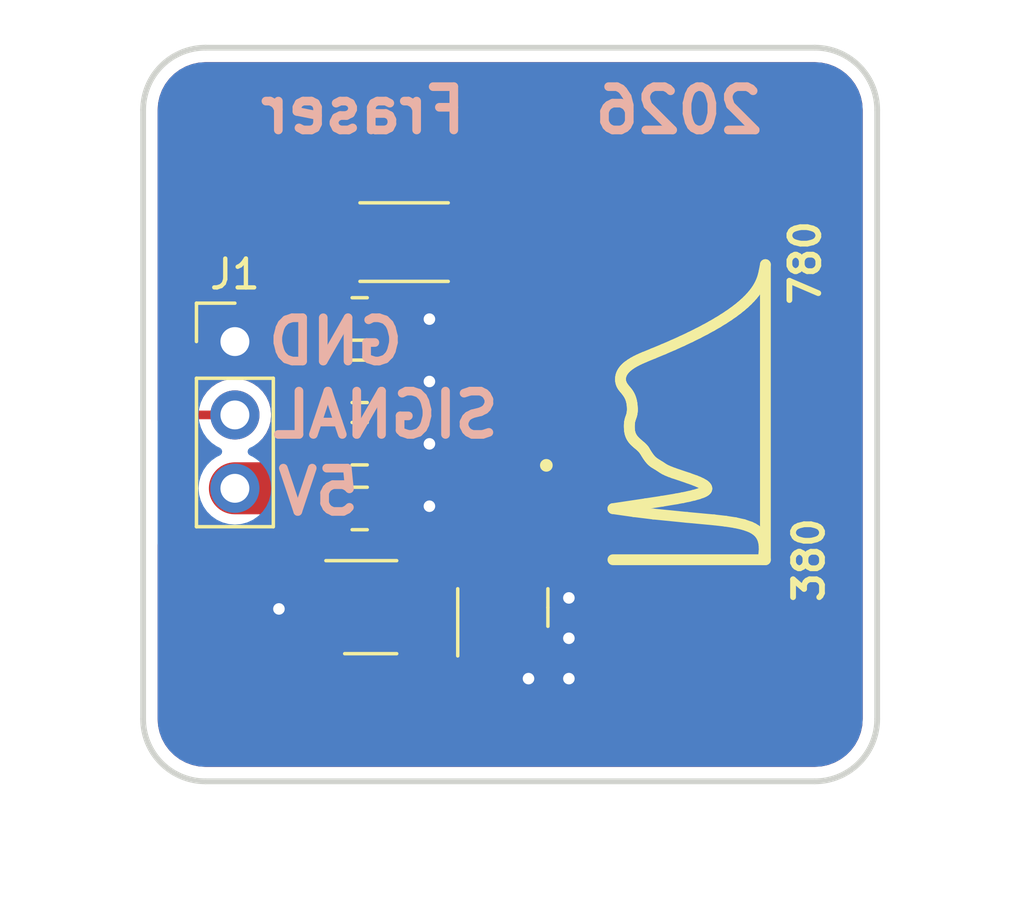
<source format=kicad_pcb>
(kicad_pcb (version 20221018) (generator pcbnew)
  (layers (0 "F.Cu" signal) (31 "B.Cu" signal) (34 "B.Paste" user) (35 "F.Paste" user) (36 "B.SilkS" user "B.Silkscreen") (37 "F.SilkS" user "F.Silkscreen") (38 "B.Mask" user) (39 "F.Mask" user) (44 "Edge.Cuts" user))
  (net 0 "")
  (net 1 "+5V")
  (net 2 "GND")
  (net 3 "/IN")
  (net 4 "/Gate")
  (net 5 "Net-(D1-A)")
  (net 6 "/Drain")
  (footprint "Capacitor_SMD:C_0805_2012Metric_Pad1.18x1.45mm_HandSolder" (layer "F.Cu") (at 137.033 95.625)
    (fp_text reference "C4" hide)
    (fp_text value "22u")
    (fp_line (start -0.261252 -0.735) (end 0.261252 -0.735) (stroke (width 0.12)) (layer "F.SilkS"))
    (fp_line (start -0.261252 0.735) (end 0.261252 0.735) (stroke (width 0.12)) (layer "F.SilkS"))
    (pad "1" smd roundrect (at -1.0375 0) (size 1.175 1.45) (layers "F.Cu" "F.Paste" "F.Mask") (roundrect_rratio 0.2127659574) (net 1 "+5V"))
    (pad "2" smd roundrect (at 1.0375 0) (size 1.175 1.45) (layers "F.Cu" "F.Paste" "F.Mask") (roundrect_rratio 0.2127659574) (net 2 "GND"))
  )
  (footprint "Resistor_SMD:R_2010_5025Metric_Pad1.40x2.65mm_HandSolder" (layer "F.Cu") (at 138.57 92.964)
    (fp_text reference "R1" hide)
    (fp_text value "R")
    (fp_line (start -1.527064 -1.36) (end 1.527064 -1.36) (stroke (width 0.12)) (layer "F.SilkS"))
    (fp_line (start -1.527064 1.36) (end 1.527064 1.36) (stroke (width 0.12)) (layer "F.SilkS"))
    (pad "1" smd roundrect (at -2.4 0) (size 1.4 2.65) (layers "F.Cu" "F.Paste" "F.Mask") (roundrect_rratio 0.1785707143) (net 1 "+5V"))
    (pad "2" smd roundrect (at 2.4 0) (size 1.4 2.65) (layers "F.Cu" "F.Paste" "F.Mask") (roundrect_rratio 0.1785707143) (net 5 "Net-(D1-A)"))
  )
  (footprint "Package_TO_SOT_SMD:SOT-23" (layer "F.Cu") (at 141.986 105.6155 90)
    (fp_text reference "Q1" hide)
    (fp_text value "NMOS")
    (fp_line (start 0 -1.56) (end -1.675 -1.56) (stroke (width 0.12)) (layer "F.SilkS"))
    (fp_line (start 0 -1.56) (end 0.65 -1.56) (stroke (width 0.12)) (layer "F.SilkS"))
    (fp_line (start 0 1.56) (end -0.65 1.56) (stroke (width 0.12)) (layer "F.SilkS"))
    (fp_line (start 0 1.56) (end 0.65 1.56) (stroke (width 0.12)) (layer "F.SilkS"))
    (pad "1" smd roundrect (at -0.9375 -0.95 90) (size 1.475 0.6) (layers "F.Cu" "F.Paste" "F.Mask") (net 4 "/Gate"))
    (pad "2" smd roundrect (at -0.9375 0.95 90) (size 1.475 0.6) (layers "F.Cu" "F.Paste" "F.Mask") (net 2 "GND"))
    (pad "3" smd roundrect (at 0.9375 0 90) (size 1.475 0.6) (layers "F.Cu" "F.Paste" "F.Mask") (net 6 "/Drain"))
  )
  (footprint "IA-lib:JB3030" (layer "F.Cu") (at 141.968 98.661 90)
    (fp_text reference "D1" hide)
    (fp_text value "WHT")
    (fp_circle (center -2.032 1.524) (end -1.862 1.524) (stroke (width 0.1)) (fill solid) (layer "F.SilkS"))
    (pad "1" smd roundrect (at -0.8 0 90) (size 1.6 2.4) (layers "F.Cu" "F.Paste" "F.Mask") (net 6 "/Drain"))
    (pad "2" smd roundrect (at 0.855 0 90) (size 0.6 2.4) (layers "F.Cu" "F.Paste" "F.Mask") (net 5 "Net-(D1-A)"))
  )
  (footprint "Capacitor_SMD:C_0805_2012Metric_Pad1.18x1.45mm_HandSolder" (layer "F.Cu") (at 137.033 102.186)
    (fp_text reference "C2" hide)
    (fp_text value "22u")
    (fp_line (start -0.261252 -0.735) (end 0.261252 -0.735) (stroke (width 0.12)) (layer "F.SilkS"))
    (fp_line (start -0.261252 0.735) (end 0.261252 0.735) (stroke (width 0.12)) (layer "F.SilkS"))
    (pad "1" smd roundrect (at -1.0375 0) (size 1.175 1.45) (layers "F.Cu" "F.Paste" "F.Mask") (roundrect_rratio 0.2127659574) (net 1 "+5V"))
    (pad "2" smd roundrect (at 1.0375 0) (size 1.175 1.45) (layers "F.Cu" "F.Paste" "F.Mask") (roundrect_rratio 0.2127659574) (net 2 "GND"))
  )
  (footprint "Capacitor_SMD:C_0805_2012Metric_Pad1.18x1.45mm_HandSolder" (layer "F.Cu") (at 137.033 97.784)
    (fp_text reference "C3" hide)
    (fp_text value "22u")
    (fp_line (start -0.261252 -0.735) (end 0.261252 -0.735) (stroke (width 0.12)) (layer "F.SilkS"))
    (fp_line (start -0.261252 0.735) (end 0.261252 0.735) (stroke (width 0.12)) (layer "F.SilkS"))
    (pad "1" smd roundrect (at -1.0375 0) (size 1.175 1.45) (layers "F.Cu" "F.Paste" "F.Mask") (roundrect_rratio 0.2127659574) (net 1 "+5V"))
    (pad "2" smd roundrect (at 1.0375 0) (size 1.175 1.45) (layers "F.Cu" "F.Paste" "F.Mask") (roundrect_rratio 0.2127659574) (net 2 "GND"))
  )
  (footprint "Connector_PinHeader_2.54mm:PinHeader_1x03_P2.54mm_Vertical" (layer "F.Cu") (at 132.715 96.408)
    (fp_text reference "J1" (at 0 -2.33) (layer "F.SilkS"))
    (fp_text value "Header")
    (fp_line (start -1.33 -1.33) (end 0 -1.33) (stroke (width 0.12)) (layer "F.SilkS"))
    (fp_line (start -1.33 0) (end -1.33 -1.33) (stroke (width 0.12)) (layer "F.SilkS"))
    (fp_line (start -1.33 1.27) (end -1.33 6.41) (stroke (width 0.12)) (layer "F.SilkS"))
    (fp_line (start -1.33 1.27) (end 1.33 1.27) (stroke (width 0.12)) (layer "F.SilkS"))
    (fp_line (start -1.33 6.41) (end 1.33 6.41) (stroke (width 0.12)) (layer "F.SilkS"))
    (fp_line (start 1.33 1.27) (end 1.33 6.41) (stroke (width 0.12)) (layer "F.SilkS"))
    (pad "1" thru_hole rect (at 0 0) (size 1.7 1.7) (drill 1) (layers "*.Cu" "*.Mask") (net 2 "GND"))
    (pad "2" thru_hole oval (at 0 2.54) (size 1.7 1.7) (drill 1) (layers "*.Cu" "*.Mask") (net 3 "/IN"))
    (pad "3" thru_hole oval (at 0 5.08) (size 1.7 1.7) (drill 1) (layers "*.Cu" "*.Mask") (net 1 "+5V"))
  )
  (footprint "Capacitor_SMD:C_0805_2012Metric_Pad1.18x1.45mm_HandSolder" (layer "F.Cu") (at 137.033 99.943)
    (fp_text reference "C1" hide)
    (fp_text value "22u")
    (fp_line (start -0.261252 -0.735) (end 0.261252 -0.735) (stroke (width 0.12)) (layer "F.SilkS"))
    (fp_line (start -0.261252 0.735) (end 0.261252 0.735) (stroke (width 0.12)) (layer "F.SilkS"))
    (pad "1" smd roundrect (at -1.0375 0) (size 1.175 1.45) (layers "F.Cu" "F.Paste" "F.Mask") (roundrect_rratio 0.2127659574) (net 1 "+5V"))
    (pad "2" smd roundrect (at 1.0375 0) (size 1.175 1.45) (layers "F.Cu" "F.Paste" "F.Mask") (roundrect_rratio 0.2127659574) (net 2 "GND"))
  )
  (footprint "Package_TO_SOT_SMD:SOT-23-5_HandSoldering" (layer "F.Cu") (at 137.414 105.603)
    (fp_text reference "U1" hide)
    (fp_text value "IRS44273")
    (fp_line (start -0.9 1.61) (end 0.9 1.61) (stroke (width 0.12)) (layer "F.SilkS"))
    (fp_line (start 0.9 -1.61) (end -1.55 -1.61) (stroke (width 0.12)) (layer "F.SilkS"))
    (pad "1" smd rect (at -1.35 -0.95) (size 1.56 0.65) (layers "F.Cu" "F.Paste" "F.Mask") (net 3 "/IN"))
    (pad "2" smd rect (at -1.35 0) (size 1.56 0.65) (layers "F.Cu" "F.Paste" "F.Mask") (net 2 "GND"))
    (pad "3" smd rect (at -1.35 0.95) (size 1.56 0.65) (layers "F.Cu" "F.Paste" "F.Mask") (net 4 "/Gate"))
    (pad "4" smd rect (at 1.35 0.95) (size 1.56 0.65) (layers "F.Cu" "F.Paste" "F.Mask") (net 4 "/Gate"))
    (pad "5" smd rect (at 1.35 -0.95) (size 1.56 0.65) (layers "F.Cu" "F.Paste" "F.Mask") (net 1 "+5V"))
  )
  (gr_line (start 146.7573 100.036468) (end 146.797181 100.073559) (stroke (width 0.374139)) (layer "F.SilkS"))
  (gr_line (start 146.064879 97.626066) (end 146.05904 97.671633) (stroke (width 0.374139)) (layer "F.SilkS"))
  (gr_line (start 148.210262 101.812778) (end 147.985548 101.854806) (stroke (width 0.374139)) (layer "F.SilkS"))
  (gr_line (start 146.434679 98.982926) (end 146.411754 99.048239) (stroke (width 0.374139)) (layer "F.SilkS"))
  (gr_line (start 146.216148 97.347338) (end 146.184436 97.383058) (stroke (width 0.374139)) (layer "F.SilkS"))
  (gr_line (start 146.445135 98.947967) (end 146.434679 98.982926) (stroke (width 0.374139)) (layer "F.SilkS"))
  (gr_line (start 146.375971 99.523785) (end 146.383241 99.559457) (stroke (width 0.374139)) (layer "F.SilkS"))
  (gr_line (start 146.130128 97.458475) (end 146.108025 97.498232) (stroke (width 0.374139)) (layer "F.SilkS"))
  (gr_line (start 149.045386 101.499681) (end 149.04034 101.523686) (stroke (width 0.374139)) (layer "F.SilkS"))
  (gr_line (start 148.414424 101.770343) (end 148.210262 101.812778) (stroke (width 0.374139)) (layer "F.SilkS"))
  (gr_line (start 150.024421 102.678328) (end 150.311397 102.743) (stroke (width 0.374139)) (layer "F.SilkS"))
  (gr_line (start 147.058106 100.443686) (end 147.091061 100.484194) (stroke (width 0.374139)) (layer "F.SilkS"))
  (gr_line (start 146.096979 97.893807) (end 146.108962 97.917813) (stroke (width 0.374139)) (layer "F.SilkS"))
  (gr_line (start 150.813566 102.991694) (end 150.878264 103.061311) (stroke (width 0.374139)) (layer "F.SilkS"))
  (gr_line (start 147.462118 100.753632) (end 147.51877 100.792185) (stroke (width 0.374139)) (layer "F.SilkS"))
  (gr_line (start 146.673185 99.964865) (end 146.7573 100.036468) (stroke (width 0.374139)) (layer "F.SilkS"))
  (gr_line (start 149.025443 101.547371) (end 149.001057 101.570753) (stroke (width 0.374139)) (layer "F.SilkS"))
  (gr_line (start 147.091061 100.484194) (end 147.122671 100.518803) (stroke (width 0.374139)) (layer "F.SilkS"))
  (gr_line (start 146.500177 97.131578) (end 146.410412 97.187406) (stroke (width 0.374139)) (layer "F.SilkS"))
  (gr_line (start 149.296429 102.581371) (end 149.686488 102.626106) (stroke (width 0.374139)) (layer "F.SilkS"))
  (gr_line (start 148.931793 101.357715) (end 148.964902 101.380972) (stroke (width 0.374139)) (layer "F.SilkS"))
  (gr_line (start 148.992852 101.404384) (end 149.01526 101.427956) (stroke (width 0.374139)) (layer "F.SilkS"))
  (gr_line (start 146.3704 99.486154) (end 146.375971 99.523785) (stroke (width 0.374139)) (layer "F.SilkS"))
  (gr_line (start 146.393178 98.332231) (end 146.407253 98.367809) (stroke (width 0.374139)) (layer "F.SilkS"))
  (gr_line (start 149.01526 101.427956) (end 149.031741 101.451693) (stroke (width 0.374139)) (layer "F.SilkS"))
  (gr_line (start 146.884335 100.176591) (end 146.898841 100.199778) (stroke (width 0.374139)) (layer "F.SilkS"))
  (gr_line (start 151.00352 103.321078) (end 151.022812 103.426706) (stroke (width 0.374139)) (layer "F.SilkS"))
  (gr_line (start 146.122161 97.940846) (end 146.136448 97.963098) (stroke (width 0.374139)) (layer "F.SilkS"))
  (gr_line (start 150.231821 95.18617) (end 150.100557 95.291564) (stroke (width 0.374139)) (layer "F.SilkS"))
  (gr_line (start 146.407253 98.367809) (end 146.420214 98.405836) (stroke (width 0.374139)) (layer "F.SilkS"))
  (gr_line (start 148.755457 101.266148) (end 148.851637 101.311649) (stroke (width 0.374139)) (layer "F.SilkS"))
  (gr_line (start 146.402493 99.62533) (end 146.414281 99.655735) (stroke (width 0.374139)) (layer "F.SilkS"))
  (gr_line (start 146.086343 97.86864) (end 146.096979 97.893807) (stroke (width 0.374139)) (layer "F.SilkS"))
  (gr_line (start 146.362916 99.304718) (end 146.3625 99.336418) (stroke (width 0.374139)) (layer "F.SilkS"))
  (gr_line (start 146.588422 99.891267) (end 146.630498 99.928723) (stroke (width 0.374139)) (layer "F.SilkS"))
  (gr_line (start 146.834581 100.112598) (end 146.852108 100.133102) (stroke (width 0.374139)) (layer "F.SilkS"))
  (gr_line (start 150.548583 102.82508) (end 150.648871 102.874199) (stroke (width 0.374139)) (layer "F.SilkS"))
  (gr_line (start 146.366626 99.446461) (end 146.3704 99.486154) (stroke (width 0.374139)) (layer "F.SilkS"))
  (gr_line (start 145.796 102.192416) (end 146.523351 102.296396) (stroke (width 0.374139)) (layer "F.SilkS"))
  (gr_line (start 146.431932 98.4465) (end 146.442278 98.489991) (stroke (width 0.374139)) (layer "F.SilkS"))
  (gr_line (start 148.74949 101.683714) (end 148.595133 101.727366) (stroke (width 0.374139)) (layer "F.SilkS"))
  (gr_line (start 146.371869 99.198314) (end 146.368663 99.222193) (stroke (width 0.374139)) (layer "F.SilkS"))
  (gr_line (start 150.819142 94.535326) (end 150.765271 94.619267) (stroke (width 0.374139)) (layer "F.SilkS"))
  (gr_line (start 147.122671 100.518803) (end 147.153636 100.548658) (stroke (width 0.374139)) (layer "F.SilkS"))
  (gr_line (start 146.528147 99.830835) (end 146.547731 99.851681) (stroke (width 0.374139)) (layer "F.SilkS"))
  (gr_line (start 146.136448 97.963098) (end 146.151692 97.984758) (stroke (width 0.374139)) (layer "F.SilkS"))
  (gr_line (start 150.765271 94.619267) (end 150.702696 94.706155) (stroke (width 0.374139)) (layer "F.SilkS"))
  (gr_line (start 146.420214 98.405836) (end 146.431932 98.4465) (stroke (width 0.374139)) (layer "F.SilkS"))
  (gr_line (start 148.473618 96.25405) (end 148.186385 96.389868) (stroke (width 0.374139)) (layer "F.SilkS"))
  (gr_line (start 146.467914 98.790439) (end 146.466476 98.817645) (stroke (width 0.374139)) (layer "F.SilkS"))
  (gr_line (start 148.987468 95.992988) (end 148.740384 96.121769) (stroke (width 0.374139)) (layer "F.SilkS"))
  (gr_line (start 147.023106 100.396135) (end 147.058106 100.443686) (stroke (width 0.374139)) (layer "F.SilkS"))
  (gr_line (start 150.973096 103.225383) (end 151.00352 103.321078) (stroke (width 0.374139)) (layer "F.SilkS"))
  (gr_line (start 146.509199 99.809151) (end 146.528147 99.830835) (stroke (width 0.374139)) (layer "F.SilkS"))
  (gr_line (start 146.523351 102.296396) (end 147.191567 102.3781) (stroke (width 0.374139)) (layer "F.SilkS"))
  (gr_line (start 146.852108 100.133102) (end 146.868725 100.154399) (stroke (width 0.374139)) (layer "F.SilkS"))
  (gr_line (start 150.630633 94.796028) (end 150.548299 94.888927) (stroke (width 0.374139)) (layer "F.SilkS"))
  (gr_line (start 147.411119 100.720622) (end 147.462118 100.753632) (stroke (width 0.374139)) (layer "F.SilkS"))
  (gr_line (start 146.075154 97.581998) (end 146.064879 97.626066) (stroke (width 0.374139)) (layer "F.SilkS"))
  (gr_line (start 148.851637 101.311649) (end 148.931793 101.357715) (stroke (width 0.374139)) (layer "F.SilkS"))
  (gr_line (start 147.194044 96.818948) (end 146.878811 96.948727) (stroke (width 0.374139)) (layer "F.SilkS"))
  (gr_line (start 150.454908 94.98489) (end 150.349677 95.083958) (stroke (width 0.374139)) (layer "F.SilkS"))
  (gr_line (start 146.468579 98.761215) (end 146.467914 98.790439) (stroke (width 0.374139)) (layer "F.SilkS"))
  (gr_line (start 146.785163 96.988857) (end 146.689526 97.032546) (stroke (width 0.374139)) (layer "F.SilkS"))
  (gr_line (start 150.985389 94.158436) (end 150.963273 94.228236) (stroke (width 0.374139)) (layer "F.SilkS"))
  (gr_line (start 146.057884 97.718727) (end 146.059848 97.752553) (stroke (width 0.374139)) (layer "F.SilkS"))
  (gr_line (start 146.985362 100.340396) (end 147.023106 100.396135) (stroke (width 0.374139)) (layer "F.SilkS"))
  (gr_line (start 146.427383 99.684589) (end 146.4417 99.711993) (stroke (width 0.374139)) (layer "F.SilkS"))
  (gr_line (start 147.486065 101.938175) (end 146.939178 102.02152) (stroke (width 0.374139)) (layer "F.SilkS"))
  (gr_line (start 146.05904 97.671633) (end 146.057884 97.718727) (stroke (width 0.374139)) (layer "F.SilkS"))
  (gr_line (start 147.51877 100.792185) (end 147.588396 100.833952) (stroke (width 0.374139)) (layer "F.SilkS"))
  (gr_line (start 147.216431 100.598679) (end 147.249661 100.621134) (stroke (width 0.374139)) (layer "F.SilkS"))
  (gr_line (start 146.379844 99.154982) (end 146.371869 99.198314) (stroke (width 0.374139)) (layer "F.SilkS"))
  (gr_line (start 151.031117 103.542888) (end 151.028582 103.670242) (stroke (width 0.374139)) (layer "F.SilkS"))
  (gr_line (start 146.36606 99.247775) (end 146.364123 99.275227) (stroke (width 0.374139)) (layer "F.SilkS"))
  (gr_line (start 146.256022 98.112924) (end 146.292592 98.159524) (stroke (width 0.374139)) (layer "F.SilkS"))
  (gr_line (start 150.865093 94.454292) (end 150.819142 94.535326) (stroke (width 0.374139)) (layer "F.SilkS"))
  (gr_line (start 150.903909 94.376125) (end 150.865093 94.454292) (stroke (width 0.374139)) (layer "F.SilkS"))
  (gr_line (start 150.548299 94.888927) (end 150.454908 94.98489) (stroke (width 0.374139)) (layer "F.SilkS"))
  (gr_line (start 150.963273 94.228236) (end 150.936375 94.300787) (stroke (width 0.374139)) (layer "F.SilkS"))
  (gr_line (start 146.490983 99.786526) (end 146.509199 99.809151) (stroke (width 0.374139)) (layer "F.SilkS"))
  (gr_line (start 148.355261 102.494524) (end 149.296429 102.581371) (stroke (width 0.374139)) (layer "F.SilkS"))
  (gr_line (start 146.389483 99.116428) (end 146.379844 99.154982) (stroke (width 0.374139)) (layer "F.SilkS"))
  (gr_line (start 146.392114 99.593271) (end 146.402493 99.62533) (stroke (width 0.374139)) (layer "F.SilkS"))
  (gr_line (start 149.955099 95.400182) (end 149.794664 95.512061) (stroke (width 0.374139)) (layer "F.SilkS"))
  (gr_line (start 151.072159 93.74349) (end 151.030883 93.965133) (stroke (width 0.374139)) (layer "F.SilkS"))
  (gr_line (start 146.362937 99.370496) (end 146.364292 99.407121) (stroke (width 0.374139)) (layer "F.SilkS"))
  (gr_line (start 150.931392 103.139) (end 150.973096 103.225383) (stroke (width 0.374139)) (layer "F.SilkS"))
  (gr_line (start 149.618468 95.627242) (end 149.425726 95.745763) (stroke (width 0.374139)) (layer "F.SilkS"))
  (gr_line (start 150.936375 94.300787) (end 150.903909 94.376125) (stroke (width 0.374139)) (layer "F.SilkS"))
  (gr_line (start 148.967545 101.59385) (end 148.92527 101.616678) (stroke (width 0.374139)) (layer "F.SilkS"))
  (gr_line (start 146.383241 99.559457) (end 146.392114 99.593271) (stroke (width 0.374139)) (layer "F.SilkS"))
  (gr_line (start 148.964902 101.380972) (end 148.992852 101.404384) (stroke (width 0.374139)) (layer "F.SilkS"))
  (gr_line (start 147.777912 100.917976) (end 147.891656 100.960309) (stroke (width 0.374139)) (layer "F.SilkS"))
  (gr_line (start 146.184436 97.383058) (end 146.155681 97.420093) (stroke (width 0.374139)) (layer "F.SilkS"))
  (gr_line (start 146.411754 99.048239) (end 146.400287 99.081297) (stroke (width 0.374139)) (layer "F.SilkS"))
  (gr_line (start 150.311397 102.743) (end 150.548583 102.82508) (stroke (width 0.374139)) (layer "F.SilkS"))
  (gr_line (start 147.153636 100.548658) (end 147.184657 100.574901) (stroke (width 0.374139)) (layer "F.SilkS"))
  (gr_line (start 146.378119 98.29891) (end 146.393178 98.332231) (stroke (width 0.374139)) (layer "F.SilkS"))
  (gr_line (start 146.454254 98.909668) (end 146.445135 98.947967) (stroke (width 0.374139)) (layer "F.SilkS"))
  (gr_line (start 146.287452 97.279722) (end 146.250568 97.312903) (stroke (width 0.374139)) (layer "F.SilkS"))
  (gr_line (start 147.588396 100.833952) (end 147.675801 100.875869) (stroke (width 0.374139)) (layer "F.SilkS"))
  (gr_line (start 150.349677 95.083958) (end 150.231821 95.18617) (stroke (width 0.374139)) (layer "F.SilkS"))
  (gr_line (start 147.323282 100.666657) (end 147.411119 100.720622) (stroke (width 0.374139)) (layer "F.SilkS"))
  (gr_line (start 146.292592 98.159524) (end 146.31063 98.184405) (stroke (width 0.374139)) (layer "F.SilkS"))
  (gr_line (start 151.030883 93.965133) (end 151.003506 94.091344) (stroke (width 0.374139)) (layer "F.SilkS"))
  (gr_line (start 146.689526 97.032546) (end 146.593873 97.080039) (stroke (width 0.374139)) (layer "F.SilkS"))
  (gr_line (start 146.250568 97.312903) (end 146.216148 97.347338) (stroke (width 0.374139)) (layer "F.SilkS"))
  (gr_line (start 146.108962 97.917813) (end 146.122161 97.940846) (stroke (width 0.374139)) (layer "F.SilkS"))
  (gr_line (start 146.457137 99.738049) (end 146.473597 99.76286) (stroke (width 0.374139)) (layer "F.SilkS"))
  (gr_line (start 149.425726 95.745763) (end 149.215654 95.867666) (stroke (width 0.374139)) (layer "F.SilkS"))
  (gr_line (start 146.461535 98.866679) (end 146.454254 98.909668) (stroke (width 0.374139)) (layer "F.SilkS"))
  (gr_line (start 146.593873 97.080039) (end 146.500177 97.131578) (stroke (width 0.374139)) (layer "F.SilkS"))
  (gr_line (start 151.072159 103.960951) (end 151.072159 93.74349) (stroke (width 0.374268)) (layer "F.SilkS"))
  (gr_line (start 148.740384 96.121769) (end 148.473618 96.25405) (stroke (width 0.374139)) (layer "F.SilkS"))
  (gr_line (start 148.595133 101.727366) (end 148.414424 101.770343) (stroke (width 0.374139)) (layer "F.SilkS"))
  (gr_line (start 146.878811 96.948727) (end 146.785163 96.988857) (stroke (width 0.374139)) (layer "F.SilkS"))
  (gr_line (start 150.702696 94.706155) (end 150.630633 94.796028) (stroke (width 0.374139)) (layer "F.SilkS"))
  (gr_line (start 146.630498 99.928723) (end 146.673185 99.964865) (stroke (width 0.374139)) (layer "F.SilkS"))
  (gr_line (start 146.414281 99.655735) (end 146.427383 99.684589) (stroke (width 0.374139)) (layer "F.SilkS"))
  (gr_line (start 146.089618 97.539396) (end 146.075154 97.581998) (stroke (width 0.374139)) (layer "F.SilkS"))
  (gr_line (start 146.362206 98.267657) (end 146.378119 98.29891) (stroke (width 0.374139)) (layer "F.SilkS"))
  (gr_line (start 147.547382 96.672278) (end 147.194044 96.818948) (stroke (width 0.374139)) (layer "F.SilkS"))
  (gr_line (start 149.041911 101.4756) (end 149.045386 101.499681) (stroke (width 0.374139)) (layer "F.SilkS"))
  (gr_line (start 146.547731 99.851681) (end 146.588422 99.891267) (stroke (width 0.374139)) (layer "F.SilkS"))
  (gr_line (start 146.326552 97.247766) (end 146.287452 97.279722) (stroke (width 0.374139)) (layer "F.SilkS"))
  (gr_line (start 147.675801 100.875869) (end 147.777912 100.917976) (stroke (width 0.374139)) (layer "F.SilkS"))
  (gr_line (start 146.400287 99.081297) (end 146.389483 99.116428) (stroke (width 0.374139)) (layer "F.SilkS"))
  (gr_line (start 149.04034 101.523686) (end 149.025443 101.547371) (stroke (width 0.374139)) (layer "F.SilkS"))
  (gr_line (start 146.868725 100.154399) (end 146.884335 100.176591) (stroke (width 0.374139)) (layer "F.SilkS"))
  (gr_line (start 148.186385 96.389868) (end 147.877901 96.529265) (stroke (width 0.374139)) (layer "F.SilkS"))
  (gr_line (start 149.794664 95.512061) (end 149.618468 95.627242) (stroke (width 0.374139)) (layer "F.SilkS"))
  (gr_line (start 146.059848 97.752553) (end 146.063805 97.784268) (stroke (width 0.374139)) (layer "F.SilkS"))
  (gr_line (start 146.466476 98.817645) (end 146.464329 98.843002) (stroke (width 0.374139)) (layer "F.SilkS"))
  (gr_line (start 146.473597 99.76286) (end 146.490983 99.786526) (stroke (width 0.374139)) (layer "F.SilkS"))
  (gr_line (start 146.898841 100.199778) (end 146.944173 100.275325) (stroke (width 0.374139)) (layer "F.SilkS"))
  (gr_line (start 146.944173 100.275325) (end 146.985362 100.340396) (stroke (width 0.374139)) (layer "F.SilkS"))
  (gr_line (start 146.069626 97.81406) (end 146.077182 97.842121) (stroke (width 0.374139)) (layer "F.SilkS"))
  (gr_line (start 150.878264 103.061311) (end 150.931392 103.139) (stroke (width 0.374139)) (layer "F.SilkS"))
  (gr_line (start 146.31063 98.184405) (end 146.328331 98.210595) (stroke (width 0.374139)) (layer "F.SilkS"))
  (gr_line (start 146.939178 102.02152) (end 145.796 102.192416) (stroke (width 0.374139)) (layer "F.SilkS"))
  (gr_line (start 149.686488 102.626106) (end 150.024421 102.678328) (stroke (width 0.374139)) (layer "F.SilkS"))
  (gr_line (start 145.796 103.960951) (end 151.072159 103.960951) (stroke (width 0.374268)) (layer "F.SilkS"))
  (gr_line (start 146.46841 98.729803) (end 146.468579 98.761215) (stroke (width 0.374139)) (layer "F.SilkS"))
  (gr_line (start 146.442278 98.489991) (end 146.451121 98.536501) (stroke (width 0.374139)) (layer "F.SilkS"))
  (gr_line (start 148.874595 101.639253) (end 148.74949 101.683714) (stroke (width 0.374139)) (layer "F.SilkS"))
  (gr_line (start 146.328331 98.210595) (end 146.345566 98.238282) (stroke (width 0.374139)) (layer "F.SilkS"))
  (gr_line (start 150.648871 102.874199) (end 150.73715 102.92953) (stroke (width 0.374139)) (layer "F.SilkS"))
  (gr_line (start 146.4417 99.711993) (end 146.457137 99.738049) (stroke (width 0.374139)) (layer "F.SilkS"))
  (gr_line (start 146.063805 97.784268) (end 146.069626 97.81406) (stroke (width 0.374139)) (layer "F.SilkS"))
  (gr_line (start 146.451121 98.536501) (end 146.458332 98.586218) (stroke (width 0.374139)) (layer "F.SilkS"))
  (gr_line (start 146.151692 97.984758) (end 146.184537 98.027061) (stroke (width 0.374139)) (layer "F.SilkS"))
  (gr_line (start 147.191567 102.3781) (end 148.355261 102.494524) (stroke (width 0.374139)) (layer "F.SilkS"))
  (gr_line (start 149.031741 101.451693) (end 149.041911 101.4756) (stroke (width 0.374139)) (layer "F.SilkS"))
  (gr_line (start 146.797181 100.073559) (end 146.834581 100.112598) (stroke (width 0.374139)) (layer "F.SilkS"))
  (gr_line (start 146.364292 99.407121) (end 146.366626 99.446461) (stroke (width 0.374139)) (layer "F.SilkS"))
  (gr_line (start 146.463783 98.639333) (end 146.467343 98.696035) (stroke (width 0.374139)) (layer "F.SilkS"))
  (gr_line (start 146.184537 98.027061) (end 146.256022 98.112924) (stroke (width 0.374139)) (layer "F.SilkS"))
  (gr_line (start 147.184657 100.574901) (end 147.216431 100.598679) (stroke (width 0.374139)) (layer "F.SilkS"))
  (gr_line (start 146.464329 98.843002) (end 146.461535 98.866679) (stroke (width 0.374139)) (layer "F.SilkS"))
  (gr_line (start 146.410412 97.187406) (end 146.326552 97.247766) (stroke (width 0.374139)) (layer "F.SilkS"))
  (gr_line (start 147.985548 101.854806) (end 147.486065 101.938175) (stroke (width 0.374139)) (layer "F.SilkS"))
  (gr_line (start 146.368663 99.222193) (end 146.36606 99.247775) (stroke (width 0.374139)) (layer "F.SilkS"))
  (gr_line (start 151.022812 103.426706) (end 151.031117 103.542888) (stroke (width 0.374139)) (layer "F.SilkS"))
  (gr_line (start 146.3625 99.336418) (end 146.362937 99.370496) (stroke (width 0.374139)) (layer "F.SilkS"))
  (gr_line (start 146.467343 98.696035) (end 146.46841 98.729803) (stroke (width 0.374139)) (layer "F.SilkS"))
  (gr_line (start 146.077182 97.842121) (end 146.086343 97.86864) (stroke (width 0.374139)) (layer "F.SilkS"))
  (gr_line (start 146.364123 99.275227) (end 146.362916 99.304718) (stroke (width 0.374139)) (layer "F.SilkS"))
  (gr_line (start 148.646326 101.221175) (end 148.755457 101.266148) (stroke (width 0.374139)) (layer "F.SilkS"))
  (gr_line (start 148.401503 101.132661) (end 148.646326 101.221175) (stroke (width 0.374139)) (layer "F.SilkS"))
  (gr_line (start 151.028582 103.670242) (end 150.991574 103.960951) (stroke (width 0.374139)) (layer "F.SilkS"))
  (gr_line (start 147.249661 100.621134) (end 147.323282 100.666657) (stroke (width 0.374139)) (layer "F.SilkS"))
  (gr_line (start 146.108025 97.498232) (end 146.089618 97.539396) (stroke (width 0.374139)) (layer "F.SilkS"))
  (gr_line (start 151.003506 94.091344) (end 150.985389 94.158436) (stroke (width 0.374139)) (layer "F.SilkS"))
  (gr_line (start 147.877901 96.529265) (end 147.547382 96.672278) (stroke (width 0.374139)) (layer "F.SilkS"))
  (gr_line (start 150.100557 95.291564) (end 149.955099 95.400182) (stroke (width 0.374139)) (layer "F.SilkS"))
  (gr_line (start 150.73715 102.92953) (end 150.813566 102.991694) (stroke (width 0.374139)) (layer "F.SilkS"))
  (gr_line (start 146.155681 97.420093) (end 146.130128 97.458475) (stroke (width 0.374139)) (layer "F.SilkS"))
  (gr_line (start 146.345566 98.238282) (end 146.362206 98.267657) (stroke (width 0.374139)) (layer "F.SilkS"))
  (gr_line (start 149.215654 95.867666) (end 148.987468 95.992988) (stroke (width 0.374139)) (layer "F.SilkS"))
  (gr_line (start 148.92527 101.616678) (end 148.874595 101.639253) (stroke (width 0.374139)) (layer "F.SilkS"))
  (gr_line (start 146.458332 98.586218) (end 146.463783 98.639333) (stroke (width 0.374139)) (layer "F.SilkS"))
  (gr_line (start 149.001057 101.570753) (end 148.967545 101.59385) (stroke (width 0.374139)) (layer "F.SilkS"))
  (gr_line (start 147.891656 100.960309) (end 148.401503 101.132661) (stroke (width 0.374139)) (layer "F.SilkS"))
  (gr_arc (start 129.540002 88.392002) (mid 130.172358 86.865358) (end 131.699002 86.233002) (stroke (width 0.2)) (layer "Edge.Cuts"))
  (gr_line (start 154.94 109.474) (end 154.939998 88.392002) (stroke (width 0.2)) (layer "Edge.Cuts"))
  (gr_arc (start 131.699002 111.632998) (mid 130.172358 111.000642) (end 129.540002 109.473998) (stroke (width 0.2)) (layer "Edge.Cuts"))
  (gr_line (start 131.699002 111.632998) (end 152.781 111.633) (stroke (width 0.2)) (layer "Edge.Cuts"))
  (gr_arc (start 152.780998 86.233002) (mid 154.307642 86.865358) (end 154.939998 88.392002) (stroke (width 0.2)) (layer "Edge.Cuts"))
  (gr_line (start 152.780998 86.233002) (end 131.699002 86.233002) (stroke (width 0.2)) (layer "Edge.Cuts"))
  (gr_arc (start 154.94 109.474) (mid 154.307644 111.000644) (end 152.781 111.633) (stroke (width 0.2)) (layer "Edge.Cuts"))
  (gr_line (start 129.540002 109.473998) (end 129.540002 88.392002) (stroke (width 0.2)) (layer "Edge.Cuts"))
  (gr_text "5V" (at 137.16 102.489) (layer "B.SilkS") (effects (font (size 1.5 1.5) (thickness 0.3) bold) (justify left bottom mirror)))
  (gr_text "SIGNAL" (at 141.986 99.822) (layer "B.SilkS") (effects (font (size 1.5 1.5) (thickness 0.3) bold) (justify left bottom mirror)))
  (gr_text "2026    Fraser\n" (at 151.13 89.281) (layer "B.SilkS") (effects (font (size 1.5 1.5) (thickness 0.3) bold) (justify left bottom mirror)))
  (gr_text "GND" (at 138.684 97.282) (layer "B.SilkS") (effects (font (size 1.5 1.5) (thickness 0.3) bold) (justify left bottom mirror)))
  (gr_text "780" (at 153.035 95.244694 90) (layer "F.SilkS") (effects (font (size 1 1) (thickness 0.2) bold) (justify left bottom)))
  (gr_text "380" (at 153.162 105.531694 90) (layer "F.SilkS") (effects (font (size 1 1) (thickness 0.2) bold) (justify left bottom)))
  (segment (start 135.2975 101.488) (end 135.9955 102.186) (width 1.8) (layer "F.Cu") (net 1))
  (segment (start 132.715 101.488) (end 135.2975 101.488) (width 1.8) (layer "F.Cu") (net 1))
  (via (at 144.272 106.68) (size 0.8) (drill 0.4) (layers "F.Cu" "B.Cu") (net 2))
  (via (at 139.446 97.79) (size 0.8) (drill 0.4) (layers "F.Cu" "B.Cu") (net 2))
  (via (at 139.446 99.949) (size 0.8) (drill 0.4) (layers "F.Cu" "B.Cu") (net 2))
  (via (at 142.875 108.077) (size 0.8) (drill 0.4) (layers "F.Cu" "B.Cu") (net 2))
  (via (at 139.446 102.108) (size 0.8) (drill 0.4) (layers "F.Cu" "B.Cu") (net 2))
  (via (at 144.272 108.077) (size 0.8) (drill 0.4) (layers "F.Cu" "B.Cu") (net 2))
  (via (at 144.272 105.283) (size 0.8) (drill 0.4) (layers "F.Cu" "B.Cu") (net 2))
  (via (at 134.239 105.664) (size 0.8) (drill 0.4) (layers "F.Cu" "B.Cu") (net 2))
  (via (at 139.446 95.631) (size 0.8) (drill 0.4) (layers "F.Cu" "B.Cu") (net 2))
  (segment (start 130.81 99.441) (end 130.81 103.124) (width 0.3) (layer "F.Cu") (net 3))
  (segment (start 132.715 98.948) (end 131.303 98.948) (width 0.3) (layer "F.Cu") (net 3))
  (segment (start 131.303 98.948) (end 130.81 99.441) (width 0.3) (layer "F.Cu") (net 3))
  (segment (start 132.339 104.653) (end 136.064 104.653) (width 0.3) (layer "F.Cu") (net 3))
  (segment (start 130.81 103.124) (end 132.339 104.653) (width 0.3) (layer "F.Cu") (net 3))
  (segment (start 136.064 106.553) (end 138.764 106.553) (width 0.5) (layer "F.Cu") (net 4))
  (zone (net 6) (net_name "/Drain") (layer "F.Cu") (priority 1) (connect_pads yes (clearance 0.5)) (min_thickness 0.25) (fill yes (thermal_gap 0.5) (thermal_bridge_width 0.5))
    (polygon (pts (xy 141.351 105.283) (xy 141.605 105.537) (xy 142.367 105.537) (xy 142.621 105.283) (xy 142.621 103.886) (xy 143.383 103.124) (xy 143.383 98.933) (xy 143.002 98.552) (xy 140.97 98.552) (xy 140.589 98.933) (xy 140.589 103.124) (xy 141.351 103.886)))
  )
  (zone (net 5) (net_name "Net-(D1-A)") (layer "F.Cu") (priority 3) (connect_pads yes (clearance 0.4)) (min_thickness 0.3) (fill yes (thermal_gap 0.5) (thermal_bridge_width 0.5))
    (polygon (pts (xy 140.716 98.044) (xy 140.843 98.171) (xy 143.129 98.171) (xy 143.256 98.044) (xy 143.256 91.948) (xy 142.621 91.313) (xy 140.335 91.313) (xy 139.954 91.694) (xy 139.954 94.107) (xy 140.716 94.869)))
  )
  (zone (net 4) (net_name "/Gate") (layer "F.Cu") (priority 2) (connect_pads yes (clearance 0.5)) (min_thickness 0.25) (fill yes (thermal_gap 0.5) (thermal_bridge_width 0.5))
    (polygon (pts (xy 141.224 105.791) (xy 141.351 105.918) (xy 141.351 107.188) (xy 141.224 107.315) (xy 138.176 107.315) (xy 137.795 106.934) (xy 137.795 106.172) (xy 138.176 105.791)))
  )
  (zone (net 1) (net_name "+5V") (layer "F.Cu") (priority 1) (connect_pads yes (clearance 0.3)) (min_thickness 0.1) (fill yes (thermal_gap 0.5) (thermal_bridge_width 0.5))
    (polygon (pts (xy 138.047181 105.16255) (xy 139.698181 105.16255) (xy 139.952181 104.90855) (xy 139.952181 103.76555) (xy 139.444181 103.25755) (xy 137.541 103.25755) (xy 137.033 102.743) (xy 137.031181 94.49455) (xy 137.285181 94.24055) (xy 137.285181 91.70055) (xy 136.904181 91.31955) (xy 135.634181 91.31955) (xy 135.253181 91.70055) (xy 135.253181 94.11355) (xy 135.253181 103.25755) (xy 135.89 103.886) (xy 137.539181 103.89255) (xy 137.793181 104.27355) (xy 137.793181 104.90855)))
  )
  (zone (net 2) (net_name "GND") (layers "F&B.Cu") (connect_pads yes (clearance 0.4)) (min_thickness 0.3) (fill yes (thermal_gap 0.5) (thermal_bridge_width 0.5))
    (polygon (pts (xy 160.02 84.582) (xy 159.766 115.951) (xy 124.587 115.57) (xy 124.714 86.233) (xy 124.714 84.582)))
  )
)
</source>
